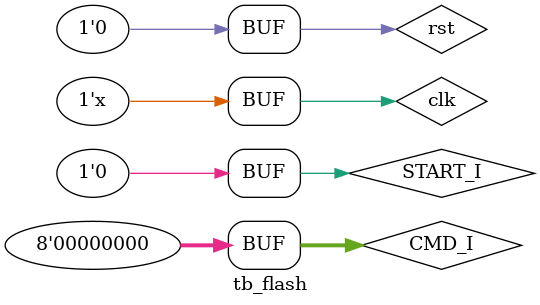
<source format=v>
`timescale 1ns / 1ps
`define CMD_WR  8'd0
`define CMD_RD  8'd1
`define CMD_SE  8'd2
`define CMD_BE  8'd3



module tb_flash(

    );

reg clk;
reg rst;


reg [7:0] CMD_I;
reg START_I ;       
 




 
flash  
    #(.C_MAX_BYTE_NUM      (2), 
      .C_CLK_DIV           (2), 
      .C_INIT_ADDR         (24'hFF0000), 
      .C_INIT_ENABLE       (1), 
      .C_INIT_BYTE_NUM     (2),
      .C_INIT_DELAY_CLK_NUM(0), 
      .C_INIT_TIMES        (1) ,
      .C_CS_BEGIN_PROTECT_DELAY_SYS_CLK_NUM (0),// <=65535 
      .C_CS_END_PROTECT_DELAY_SYS_CLK_NUM   (0),// <=65535 
      .C_BUSY_PROTECT_DELAY_SYS_CLK_NUM     (0)// <=65535 
      
      )
    uut(
    .SYS_RST_I        (rst),
    .SYS_CLK_I        (clk),//quick clk
    .FLASH_CLK_O  (FLASH_CLK_O  ),
    .FLASH_CS_O   (FLASH_CS_O   ),//flash clk
    .FLASH_D0_O   (FLASH_D0_O   ),
    .FLASH_D1_I   (0   ),
    .FLASH_WP_O   (FLASH_WP_O   ),
    .FLASH_HOLD_O (FLASH_HOLD_O ),
    .CMD_I        (CMD_I      ),
    .START_I      (START_I    ),
    .ADDR_I       (32'hFF0000     ),
    .BYTE_NUM_I   (2          ),
    .PDATA_I      (16'haabb    ), 
    .PDATA_O      (), 
    .BUSY_O       (),
    .FINISH_O     () 
    
    );

always #5 clk = ~clk ;

initial begin
clk = 0;
rst = 1;
CMD_I = 0;
START_I = 0;

#500;
rst = 0;
#20000;

CMD_I = `CMD_WR ;
START_I = 1;
#20;
START_I = 0;






end

  
endmodule



</source>
